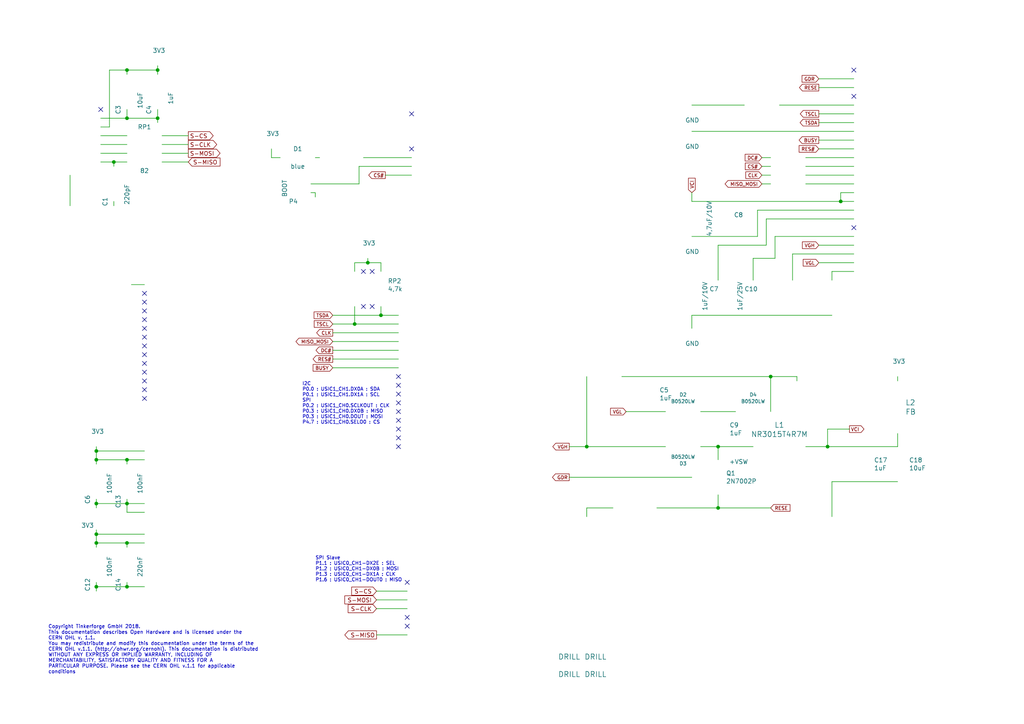
<source format=kicad_sch>
(kicad_sch (version 20211123) (generator eeschema)
  (paper "A4")
  (title_block (title "ePaper 296x128 Bricklet") (date "2018-09-28") (rev "1.0") (company "Tinkerforge GmbH") (comment 1 "Licensed under CERN OHL v.1.1") (comment 2 "Copyright (©) 2018, T.Schneidermann <tim@tinkerforge.com>"))
  (lib_symbols)
  (junction (at 27.94 133.35))
  (junction (at 27.94 130.81))
  (junction (at 27.94 146.05))
  (junction (at 36.83 34.29))
  (junction (at 45.72 20.32))
  (junction (at 36.83 133.35))
  (junction (at 36.83 20.32))
  (junction (at 208.28 147.32))
  (junction (at 36.83 170.18))
  (junction (at 45.72 34.29))
  (junction (at 243.84 58.42))
  (junction (at 240.03 129.54))
  (junction (at 110.49 91.44))
  (junction (at 102.87 93.98))
  (junction (at 106.68 76.2))
  (junction (at 27.94 154.94))
  (junction (at 170.18 129.54))
  (junction (at 36.83 157.48))
  (junction (at 27.94 157.48))
  (junction (at 208.28 129.54))
  (junction (at 36.83 146.05))
  (junction (at 27.94 170.18))
  (junction (at 223.52 109.22))
  (junction (at 33.02 46.99))
  (no_connect (at 41.91 90.17))
  (no_connect (at 41.91 102.87))
  (no_connect (at 115.57 109.22))
  (no_connect (at 29.21 31.75))
  (no_connect (at 107.95 88.9))
  (no_connect (at 41.91 95.25))
  (no_connect (at 119.38 33.02))
  (no_connect (at 41.91 92.71))
  (no_connect (at 41.91 87.63))
  (no_connect (at 247.65 20.32))
  (no_connect (at 41.91 107.95))
  (no_connect (at 247.65 66.04))
  (no_connect (at 115.57 127))
  (no_connect (at 107.95 78.74))
  (no_connect (at 115.57 129.54))
  (no_connect (at 118.11 168.91))
  (no_connect (at 115.57 111.76))
  (no_connect (at 115.57 114.3))
  (no_connect (at 115.57 121.92))
  (no_connect (at 41.91 110.49))
  (no_connect (at 105.41 88.9))
  (no_connect (at 41.91 113.03))
  (no_connect (at 41.91 105.41))
  (no_connect (at 115.57 124.46))
  (no_connect (at 115.57 116.84))
  (no_connect (at 118.11 181.61))
  (no_connect (at 105.41 78.74))
  (no_connect (at 41.91 100.33))
  (no_connect (at 115.57 119.38))
  (no_connect (at 41.91 115.57))
  (no_connect (at 41.91 97.79))
  (no_connect (at 247.65 27.94))
  (no_connect (at 41.91 85.09))
  (no_connect (at 119.38 43.18))
  (no_connect (at 118.11 179.07))
  (wire (pts (xy 41.91 130.81) (xy 27.94 130.81)))
  (wire (pts (xy 260.35 125.73) (xy 260.35 129.54)))
  (wire (pts (xy 237.49 71.12) (xy 247.65 71.12)))
  (wire (pts (xy 110.49 91.44) (xy 115.57 91.44)))
  (wire (pts (xy 27.94 168.91) (xy 27.94 170.18)))
  (wire (pts (xy 200.66 138.43) (xy 165.1 138.43)))
  (wire (pts (xy 200.66 58.42) (xy 200.66 55.88)))
  (wire (pts (xy 200.66 58.42) (xy 243.84 58.42)))
  (wire (pts (xy 181.61 119.38) (xy 193.04 119.38)))
  (wire (pts (xy 220.98 45.72) (xy 223.52 45.72)))
  (wire (pts (xy 247.65 68.58) (xy 224.79 68.58)))
  (wire (pts (xy 41.91 133.35) (xy 36.83 133.35)))
  (wire (pts (xy 106.68 76.2) (xy 106.68 74.93)))
  (wire (pts (xy 237.49 40.64) (xy 247.65 40.64)))
  (wire (pts (xy 208.28 129.54) (xy 203.2 129.54)))
  (wire (pts (xy 27.94 157.48) (xy 27.94 158.75)))
  (wire (pts (xy 41.91 154.94) (xy 27.94 154.94)))
  (wire (pts (xy 36.83 146.05) (xy 36.83 148.59)))
  (wire (pts (xy 36.83 148.59) (xy 41.91 148.59)))
  (wire (pts (xy 41.91 82.55) (xy 38.1 82.55)))
  (wire (pts (xy 200.66 91.44) (xy 241.3 91.44)))
  (wire (pts (xy 247.65 22.86) (xy 237.49 22.86)))
  (wire (pts (xy 233.68 129.54) (xy 240.03 129.54)))
  (wire (pts (xy 27.94 144.78) (xy 27.94 146.05)))
  (wire (pts (xy 27.94 134.62) (xy 27.94 133.35)))
  (wire (pts (xy 224.79 74.93) (xy 218.44 74.93)))
  (wire (pts (xy 200.66 68.58) (xy 219.71 68.58)))
  (wire (pts (xy 224.79 68.58) (xy 224.79 74.93)))
  (wire (pts (xy 27.94 170.18) (xy 27.94 171.45)))
  (wire (pts (xy 110.49 88.9) (xy 110.49 91.44)))
  (wire (pts (xy 119.38 48.26) (xy 104.14 48.26)))
  (wire (pts (xy 170.18 129.54) (xy 165.1 129.54)))
  (wire (pts (xy 46.99 44.45) (xy 54.61 44.45)))
  (wire (pts (xy 104.14 48.26) (xy 104.14 53.34)))
  (wire (pts (xy 31.75 20.32) (xy 36.83 20.32)))
  (wire (pts (xy 29.21 44.45) (xy 36.83 44.45)))
  (wire (pts (xy 247.65 43.18) (xy 237.49 43.18)))
  (wire (pts (xy 247.65 25.4) (xy 237.49 25.4)))
  (wire (pts (xy 102.87 93.98) (xy 115.57 93.98)))
  (wire (pts (xy 222.25 71.12) (xy 222.25 63.5)))
  (wire (pts (xy 102.87 76.2) (xy 106.68 76.2)))
  (wire (pts (xy 29.21 39.37) (xy 36.83 39.37)))
  (wire (pts (xy 102.87 78.74) (xy 102.87 76.2)))
  (wire (pts (xy 36.83 146.05) (xy 27.94 146.05)))
  (wire (pts (xy 29.21 34.29) (xy 36.83 34.29)))
  (wire (pts (xy 247.65 60.96) (xy 219.71 60.96)))
  (wire (pts (xy 193.04 129.54) (xy 170.18 129.54)))
  (wire (pts (xy 240.03 124.46) (xy 246.38 124.46)))
  (wire (pts (xy 91.44 55.88) (xy 91.44 57.15)))
  (wire (pts (xy 170.18 147.32) (xy 170.18 149.86)))
  (wire (pts (xy 223.52 147.32) (xy 208.28 147.32)))
  (wire (pts (xy 36.83 41.91) (xy 29.21 41.91)))
  (wire (pts (xy 31.75 36.83) (xy 31.75 20.32)))
  (wire (pts (xy 200.66 30.48) (xy 215.9 30.48)))
  (wire (pts (xy 115.57 104.14) (xy 96.52 104.14)))
  (wire (pts (xy 45.72 20.32) (xy 45.72 21.59)))
  (wire (pts (xy 96.52 101.6) (xy 115.57 101.6)))
  (wire (pts (xy 36.83 31.75) (xy 36.83 34.29)))
  (wire (pts (xy 27.94 133.35) (xy 27.94 130.81)))
  (wire (pts (xy 247.65 76.2) (xy 237.49 76.2)))
  (wire (pts (xy 110.49 76.2) (xy 110.49 78.74)))
  (wire (pts (xy 208.28 147.32) (xy 190.5 147.32)))
  (wire (pts (xy 102.87 88.9) (xy 102.87 93.98)))
  (wire (pts (xy 27.94 153.67) (xy 27.94 154.94)))
  (wire (pts (xy 240.03 129.54) (xy 260.35 129.54)))
  (wire (pts (xy 109.22 171.45) (xy 118.11 171.45)))
  (wire (pts (xy 208.28 71.12) (xy 222.25 71.12)))
  (wire (pts (xy 208.28 143.51) (xy 208.28 147.32)))
  (wire (pts (xy 200.66 95.25) (xy 200.66 91.44)))
  (wire (pts (xy 233.68 45.72) (xy 247.65 45.72)))
  (wire (pts (xy 170.18 129.54) (xy 170.18 109.22)))
  (wire (pts (xy 46.99 46.99) (xy 54.61 46.99)))
  (wire (pts (xy 109.22 184.15) (xy 118.11 184.15)))
  (wire (pts (xy 36.83 20.32) (xy 36.83 21.59)))
  (wire (pts (xy 229.87 81.28) (xy 229.87 73.66)))
  (wire (pts (xy 226.06 30.48) (xy 247.65 30.48)))
  (wire (pts (xy 33.02 46.99) (xy 29.21 46.99)))
  (wire (pts (xy 36.83 158.75) (xy 36.83 157.48)))
  (wire (pts (xy 219.71 60.96) (xy 219.71 68.58)))
  (wire (pts (xy 29.21 36.83) (xy 31.75 36.83)))
  (wire (pts (xy 118.11 176.53) (xy 109.22 176.53)))
  (wire (pts (xy 91.44 45.72) (xy 92.71 45.72)))
  (wire (pts (xy 45.72 19.05) (xy 45.72 20.32)))
  (wire (pts (xy 218.44 74.93) (xy 218.44 81.28)))
  (wire (pts (xy 27.94 146.05) (xy 27.94 147.32)))
  (wire (pts (xy 90.17 55.88) (xy 91.44 55.88)))
  (wire (pts (xy 78.74 43.18) (xy 78.74 45.72)))
  (wire (pts (xy 54.61 41.91) (xy 46.99 41.91)))
  (wire (pts (xy 45.72 31.75) (xy 45.72 34.29)))
  (wire (pts (xy 41.91 157.48) (xy 36.83 157.48)))
  (wire (pts (xy 20.32 59.69) (xy 20.32 50.8)))
  (wire (pts (xy 229.87 73.66) (xy 247.65 73.66)))
  (wire (pts (xy 208.28 129.54) (xy 218.44 129.54)))
  (wire (pts (xy 36.83 170.18) (xy 27.94 170.18)))
  (wire (pts (xy 41.91 146.05) (xy 36.83 146.05)))
  (wire (pts (xy 33.02 48.26) (xy 33.02 46.99)))
  (wire (pts (xy 119.38 50.8) (xy 111.76 50.8)))
  (wire (pts (xy 78.74 45.72) (xy 81.28 45.72)))
  (wire (pts (xy 222.25 63.5) (xy 247.65 63.5)))
  (wire (pts (xy 243.84 55.88) (xy 243.84 58.42)))
  (wire (pts (xy 241.3 78.74) (xy 247.65 78.74)))
  (wire (pts (xy 105.41 45.72) (xy 119.38 45.72)))
  (wire (pts (xy 33.02 58.42) (xy 33.02 59.69)))
  (wire (pts (xy 96.52 99.06) (xy 115.57 99.06)))
  (wire (pts (xy 237.49 33.02) (xy 247.65 33.02)))
  (wire (pts (xy 243.84 58.42) (xy 247.65 58.42)))
  (wire (pts (xy 36.83 133.35) (xy 27.94 133.35)))
  (wire (pts (xy 36.83 157.48) (xy 27.94 157.48)))
  (wire (pts (xy 220.98 50.8) (xy 223.52 50.8)))
  (wire (pts (xy 106.68 76.2) (xy 110.49 76.2)))
  (wire (pts (xy 27.94 130.81) (xy 27.94 129.54)))
  (wire (pts (xy 241.3 78.74) (xy 241.3 81.28)))
  (wire (pts (xy 241.3 139.7) (xy 260.35 139.7)))
  (wire (pts (xy 247.65 35.56) (xy 237.49 35.56)))
  (wire (pts (xy 36.83 134.62) (xy 36.83 133.35)))
  (wire (pts (xy 233.68 50.8) (xy 247.65 50.8)))
  (wire (pts (xy 233.68 53.34) (xy 247.65 53.34)))
  (wire (pts (xy 36.83 46.99) (xy 33.02 46.99)))
  (wire (pts (xy 36.83 34.29) (xy 45.72 34.29)))
  (wire (pts (xy 223.52 119.38) (xy 223.52 109.22)))
  (wire (pts (xy 223.52 48.26) (xy 220.98 48.26)))
  (wire (pts (xy 231.14 109.22) (xy 231.14 110.49)))
  (wire (pts (xy 240.03 129.54) (xy 240.03 124.46)))
  (wire (pts (xy 233.68 48.26) (xy 247.65 48.26)))
  (wire (pts (xy 96.52 93.98) (xy 102.87 93.98)))
  (wire (pts (xy 36.83 168.91) (xy 36.83 170.18)))
  (wire (pts (xy 241.3 149.86) (xy 241.3 139.7)))
  (wire (pts (xy 96.52 106.68) (xy 115.57 106.68)))
  (wire (pts (xy 247.65 55.88) (xy 243.84 55.88)))
  (wire (pts (xy 36.83 144.78) (xy 36.83 146.05)))
  (wire (pts (xy 208.28 129.54) (xy 208.28 133.35)))
  (wire (pts (xy 260.35 110.49) (xy 260.35 109.22)))
  (wire (pts (xy 177.8 147.32) (xy 170.18 147.32)))
  (wire (pts (xy 247.65 38.1) (xy 200.66 38.1)))
  (wire (pts (xy 208.28 81.28) (xy 208.28 71.12)))
  (wire (pts (xy 41.91 170.18) (xy 36.83 170.18)))
  (wire (pts (xy 115.57 96.52) (xy 96.52 96.52)))
  (wire (pts (xy 27.94 154.94) (xy 27.94 157.48)))
  (wire (pts (xy 231.14 109.22) (xy 223.52 109.22)))
  (wire (pts (xy 180.34 109.22) (xy 223.52 109.22)))
  (wire (pts (xy 220.98 53.34) (xy 223.52 53.34)))
  (wire (pts (xy 46.99 39.37) (xy 54.61 39.37)))
  (wire (pts (xy 36.83 20.32) (xy 45.72 20.32)))
  (wire (pts (xy 203.2 119.38) (xy 213.36 119.38)))
  (wire (pts (xy 90.17 53.34) (xy 104.14 53.34)))
  (wire (pts (xy 45.72 34.29) (xy 45.72 35.56)))
  (wire (pts (xy 109.22 173.99) (xy 118.11 173.99)))
  (wire (pts (xy 96.52 91.44) (xy 110.49 91.44)))
  (text "I2C\nP0.0 : USIC1_CH1.DX0A : SDA\nP0.1 : USIC1_CH1.DX1A : SCL\nSPI\nP0.2 : USIC1_CH0.SCLKOUT : CLK\nP0.3 : USIC1_CH0.DX0B : MISO\nP0.3 : USIC1_CH0.DOUT : MOSI\nP4.7 : USIC1_CH0.SELO0 : CS\n" (at 87.63 123.19 0) (effects (font (size 0.9906 0.9906)) (justify left bottom)))
  (text "Copyright Tinkerforge GmbH 2018.\nThis documentation describes Open Hardware and is licensed under the\nCERN OHL v. 1.1.\nYou may redistribute and modify this documentation under the terms of the\nCERN OHL v.1.1. (http://ohwr.org/cernohl). This documentation is distributed\nWITHOUT ANY EXPRESS OR IMPLIED WARRANTY, INCLUDING OF\nMERCHANTABILITY, SATISFACTORY QUALITY AND FITNESS FOR A\nPARTICULAR PURPOSE. Please see the CERN OHL v.1.1 for applicable\nconditions\n" (at 13.97 195.58 0) (effects (font (size 1.016 1.016)) (justify left bottom)))
  (text "SPI Slave\nP1.1 : USIC0_CH1-DX2E : SEL\nP1.2 : USIC0_CH1-DX0B : MOSI\nP1.3 : USIC0_CH1-DX1A : CLK\nP1.6 : USIC0_CH1-DOUT0 : MISO" (at 91.44 168.91 0) (effects (font (size 0.9906 0.9906)) (justify left bottom)))
  (global_label "VCI" (shape input) (at 200.66 55.88 90) (effects (font (size 0.9906 0.9906))) (property "Intersheet References" "${INTERSHEET_REFS}" (effects hide)))
  (global_label "DC#" (shape input) (at 220.98 45.72 180) (effects (font (size 0.9906 0.9906))) (property "Intersheet References" "${INTERSHEET_REFS}" (effects hide)))
  (global_label "TSCL" (shape output) (at 237.49 33.02 180) (effects (font (size 0.9906 0.9906))) (property "Intersheet References" "${INTERSHEET_REFS}" (effects hide)))
  (global_label "VGH" (shape input) (at 237.49 71.12 180) (effects (font (size 0.9906 0.9906))) (property "Intersheet References" "${INTERSHEET_REFS}" (effects hide)))
  (global_label "GDR" (shape input) (at 237.49 22.86 180) (effects (font (size 0.9906 0.9906))) (property "Intersheet References" "${INTERSHEET_REFS}" (effects hide)))
  (global_label "VGL" (shape input) (at 181.61 119.38 180) (effects (font (size 0.9906 0.9906))) (property "Intersheet References" "${INTERSHEET_REFS}" (effects hide)))
  (global_label "CLK" (shape output) (at 96.52 96.52 180) (effects (font (size 0.9906 0.9906))) (property "Intersheet References" "${INTERSHEET_REFS}" (effects hide)))
  (global_label "RES#" (shape output) (at 96.52 104.14 180) (effects (font (size 0.9906 0.9906))) (property "Intersheet References" "${INTERSHEET_REFS}" (effects hide)))
  (global_label "VGH" (shape output) (at 165.1 129.54 180) (effects (font (size 0.9906 0.9906))) (property "Intersheet References" "${INTERSHEET_REFS}" (effects hide)))
  (global_label "TSDA" (shape output) (at 237.49 35.56 180) (effects (font (size 0.9906 0.9906))) (property "Intersheet References" "${INTERSHEET_REFS}" (effects hide)))
  (global_label "MISO_MOSI" (shape bidirectional) (at 220.98 53.34 180) (effects (font (size 0.9906 0.9906))) (property "Intersheet References" "${INTERSHEET_REFS}" (effects hide)))
  (global_label "GDR" (shape output) (at 165.1 138.43 180) (effects (font (size 0.9906 0.9906))) (property "Intersheet References" "${INTERSHEET_REFS}" (effects hide)))
  (global_label "S-CS" (shape output) (at 54.61 39.37 0) (effects (font (size 1.1938 1.1938))) (property "Intersheet References" "${INTERSHEET_REFS}" (effects hide)))
  (global_label "S-MISO" (shape output) (at 109.22 184.15 180) (effects (font (size 1.1938 1.1938))) (property "Intersheet References" "${INTERSHEET_REFS}" (effects hide)))
  (global_label "CS#" (shape input) (at 220.98 48.26 180) (effects (font (size 0.9906 0.9906))) (property "Intersheet References" "${INTERSHEET_REFS}" (effects hide)))
  (global_label "RESE" (shape output) (at 237.49 25.4 180) (effects (font (size 0.9906 0.9906))) (property "Intersheet References" "${INTERSHEET_REFS}" (effects hide)))
  (global_label "S-MISO" (shape input) (at 54.61 46.99 0) (effects (font (size 1.1938 1.1938))) (property "Intersheet References" "${INTERSHEET_REFS}" (effects hide)))
  (global_label "TSCL" (shape input) (at 96.52 93.98 180) (effects (font (size 0.9906 0.9906))) (property "Intersheet References" "${INTERSHEET_REFS}" (effects hide)))
  (global_label "TSDA" (shape input) (at 96.52 91.44 180) (effects (font (size 0.9906 0.9906))) (property "Intersheet References" "${INTERSHEET_REFS}" (effects hide)))
  (global_label "MISO_MOSI" (shape bidirectional) (at 96.52 99.06 180) (effects (font (size 0.9906 0.9906))) (property "Intersheet References" "${INTERSHEET_REFS}" (effects hide)))
  (global_label "VCI" (shape output) (at 246.38 124.46 0) (effects (font (size 0.9906 0.9906))) (property "Intersheet References" "${INTERSHEET_REFS}" (effects hide)))
  (global_label "S-MOSI" (shape output) (at 54.61 44.45 0) (effects (font (size 1.1938 1.1938))) (property "Intersheet References" "${INTERSHEET_REFS}" (effects hide)))
  (global_label "S-CLK" (shape input) (at 109.22 176.53 180) (effects (font (size 1.1938 1.1938))) (property "Intersheet References" "${INTERSHEET_REFS}" (effects hide)))
  (global_label "S-MOSI" (shape input) (at 109.22 173.99 180) (effects (font (size 1.1938 1.1938))) (property "Intersheet References" "${INTERSHEET_REFS}" (effects hide)))
  (global_label "RES#" (shape input) (at 237.49 43.18 180) (effects (font (size 0.9906 0.9906))) (property "Intersheet References" "${INTERSHEET_REFS}" (effects hide)))
  (global_label "CS#" (shape output) (at 111.76 50.8 180) (effects (font (size 0.9906 0.9906))) (property "Intersheet References" "${INTERSHEET_REFS}" (effects hide)))
  (global_label "CLK" (shape input) (at 220.98 50.8 180) (effects (font (size 0.9906 0.9906))) (property "Intersheet References" "${INTERSHEET_REFS}" (effects hide)))
  (global_label "VGL" (shape input) (at 237.49 76.2 180) (effects (font (size 0.9906 0.9906))) (property "Intersheet References" "${INTERSHEET_REFS}" (effects hide)))
  (global_label "BUSY" (shape output) (at 237.49 40.64 180) (effects (font (size 0.9906 0.9906))) (property "Intersheet References" "${INTERSHEET_REFS}" (effects hide)))
  (global_label "BUSY" (shape input) (at 96.52 106.68 180) (effects (font (size 0.9906 0.9906))) (property "Intersheet References" "${INTERSHEET_REFS}" (effects hide)))
  (global_label "RESE" (shape input) (at 223.52 147.32 0) (effects (font (size 0.9906 0.9906))) (property "Intersheet References" "${INTERSHEET_REFS}" (effects hide)))
  (global_label "S-CS" (shape input) (at 109.22 171.45 180) (effects (font (size 1.1938 1.1938))) (property "Intersheet References" "${INTERSHEET_REFS}" (effects hide)))
  (global_label "S-CLK" (shape output) (at 54.61 41.91 0) (effects (font (size 1.1938 1.1938))) (property "Intersheet References" "${INTERSHEET_REFS}" (effects hide)))
  (global_label "DC#" (shape output) (at 96.52 101.6 180) (effects (font (size 0.9906 0.9906))) (property "Intersheet References" "${INTERSHEET_REFS}" (effects hide)))
  (symbol (lib_id "tinkerforge:CON-SENSOR2") (at 20.32 39.37 0) (mirror y) (unit 1)
    (property "Reference" "P1" (at 16.51 29.21 0) (effects (font (size 1.524 1.524))))
    (property "Value" "CON-SENSOR" (at 16.51 39.37 90) (effects (font (size 1.524 1.524))))
    (property "Footprint" "kicad-libraries:CON-SENSOR2" (effects hide))
  )
  (symbol (lib_id "tinkerforge:DRILL") (at 165.1 190.5 0) (unit 1)
    (property "Reference" "U6" (effects hide))
    (property "Value" "DRILL" (at 165.1 190.5 0) (effects (font (size 1.524 1.524))))
    (property "Footprint" "kicad-libraries:DRILL_NP" (effects hide))
  )
  (symbol (lib_id "tinkerforge:DRILL") (at 172.72 195.58 0) (unit 1)
    (property "Reference" "U7" (effects hide))
    (property "Value" "DRILL" (at 172.72 195.58 0) (effects (font (size 1.524 1.524))))
    (property "Footprint" "kicad-libraries:DRILL_NP" (effects hide))
  )
  (symbol (lib_id "tinkerforge:DRILL") (at 165.1 195.58 0) (unit 1)
    (property "Reference" "U5" (effects hide))
    (property "Value" "DRILL" (at 165.1 195.58 0) (effects (font (size 1.524 1.524))))
    (property "Footprint" "kicad-libraries:DRILL_NP" (effects hide))
  )
  (symbol (lib_id "tinkerforge:DRILL") (at 172.72 190.5 0) (unit 1)
    (property "Reference" "U4" (effects hide))
    (property "Value" "DRILL" (at 172.72 190.5 0) (effects (font (size 1.524 1.524))))
    (property "Footprint" "kicad-libraries:DRILL_NP" (effects hide))
  )
  (symbol (lib_id "tinkerforge:C") (at 36.83 26.67 180) (unit 1)
    (property "Reference" "C3" (at 34.29 30.48 90) (effects (justify left)))
    (property "Value" "10uF" (at 40.64 26.67 90) (effects (justify left)))
    (property "Footprint" "kicad-libraries:C0805" (effects hide))
  )
  (symbol (lib_id "tinkerforge:C") (at 45.72 26.67 180) (unit 1)
    (property "Reference" "C4" (at 43.18 30.48 90) (effects (justify left)))
    (property "Value" "1uF" (at 49.53 26.67 90) (effects (justify left)))
    (property "Footprint" "kicad-libraries:C0603F" (effects hide))
  )
  (symbol (lib_id "tinkerforge:GND") (at 45.72 35.56 0) (unit 1)
    (property "Reference" "#PWR07" (effects hide))
    (property "Value" "GND" (effects hide))
  )
  (symbol (lib_id "tinkerforge:GND") (at 33.02 59.69 0) (unit 1)
    (property "Reference" "#PWR09" (effects hide))
    (property "Value" "GND" (effects hide))
  )
  (symbol (lib_id "tinkerforge:C") (at 33.02 53.34 180) (unit 1)
    (property "Reference" "C1" (at 30.48 57.15 90) (effects (justify left)))
    (property "Value" "220pF" (at 36.83 53.34 90) (effects (justify left)))
    (property "Footprint" "kicad-libraries:C0402F" (effects hide))
  )
  (symbol (lib_id "tinkerforge:GND") (at 20.32 59.69 0) (unit 1)
    (property "Reference" "#PWR010" (effects hide))
    (property "Value" "GND" (effects hide))
  )
  (symbol (lib_id "tinkerforge:R_PACK4") (at 41.91 48.26 0) (unit 1)
    (property "Reference" "RP1" (at 41.91 36.83 0))
    (property "Value" "82" (at 41.91 49.53 0))
    (property "Footprint" "kicad-libraries:4X0402" (effects hide))
  )
  (symbol (lib_id "tinkerforge:XMC1XXX48") (at 50.8 95.25 0) (unit 4)
    (property "Reference" "U1" (at 46.99 78.74 0) (effects (font (size 1.524 1.524))))
    (property "Value" "XMC1404" (at 50.8 119.38 0) (effects (font (size 1.524 1.524))))
    (property "Footprint" "kicad-libraries:QFN48-EP2" (effects hide))
  )
  (symbol (lib_id "tinkerforge:XMC1XXX48") (at 124.46 110.49 0) (unit 2)
    (property "Reference" "U1" (at 120.65 86.36 0) (effects (font (size 1.524 1.524))))
    (property "Value" "XMC1404" (at 124.46 134.62 0) (effects (font (size 1.524 1.524))))
    (property "Footprint" "kicad-libraries:QFN48-EP2" (effects hide))
  )
  (symbol (lib_id "tinkerforge:XMC1XXX48") (at 50.8 149.86 0) (unit 1)
    (property "Reference" "U1" (at 46.99 125.73 0) (effects (font (size 1.524 1.524))))
    (property "Value" "XMC1404" (at 50.8 173.99 0) (effects (font (size 1.524 1.524))))
    (property "Footprint" "kicad-libraries:QFN48-EP2" (effects hide))
  )
  (symbol (lib_id "tinkerforge:XMC1XXX48") (at 127 176.53 0) (unit 3)
    (property "Reference" "U1" (at 123.19 163.83 0) (effects (font (size 1.524 1.524))))
    (property "Value" "XMC1404" (at 127 189.23 0) (effects (font (size 1.524 1.524))))
    (property "Footprint" "kicad-libraries:QFN48-EP2" (effects hide))
  )
  (symbol (lib_id "tinkerforge:XMC1XXX48") (at 128.27 40.64 0) (unit 5)
    (property "Reference" "U1" (at 124.46 29.21 0) (effects (font (size 1.524 1.524))))
    (property "Value" "XMC1404" (at 128.27 54.61 0) (effects (font (size 1.524 1.524))))
    (property "Footprint" "kicad-libraries:QFN48-EP2" (effects hide))
  )
  (symbol (lib_id "tinkerforge:C") (at 36.83 163.83 180) (unit 1)
    (property "Reference" "C14" (at 34.29 167.64 90) (effects (justify left)))
    (property "Value" "220nF" (at 40.64 161.29 90) (effects (justify left)))
    (property "Footprint" "kicad-libraries:C0603F" (effects hide))
  )
  (symbol (lib_id "tinkerforge:C") (at 27.94 163.83 180) (unit 1)
    (property "Reference" "C12" (at 25.4 167.64 90) (effects (justify left)))
    (property "Value" "100nF" (at 31.75 161.29 90) (effects (justify left)))
    (property "Footprint" "kicad-libraries:C0603F" (effects hide))
  )
  (symbol (lib_id "tinkerforge:C") (at 36.83 139.7 180) (unit 1)
    (property "Reference" "C13" (at 34.29 143.51 90) (effects (justify left)))
    (property "Value" "100nF" (at 40.64 137.16 90) (effects (justify left)))
    (property "Footprint" "kicad-libraries:C0603F" (effects hide))
  )
  (symbol (lib_id "tinkerforge:C") (at 27.94 139.7 180) (unit 1)
    (property "Reference" "C6" (at 25.4 143.51 90) (effects (justify left)))
    (property "Value" "100nF" (at 31.75 137.16 90) (effects (justify left)))
    (property "Footprint" "kicad-libraries:C0603F" (effects hide))
  )
  (symbol (lib_id "tinkerforge:GND") (at 27.94 147.32 0) (unit 1)
    (property "Reference" "#PWR012" (effects hide))
    (property "Value" "GND" (effects hide))
  )
  (symbol (lib_id "tinkerforge:GND") (at 27.94 171.45 0) (unit 1)
    (property "Reference" "#PWR013" (effects hide))
    (property "Value" "GND" (effects hide))
  )
  (symbol (lib_id "tinkerforge:CONN_01X02") (at 85.09 54.61 180) (unit 1)
    (property "Reference" "P4" (at 85.09 58.42 0))
    (property "Value" "BOOT" (at 82.55 54.61 90))
    (property "Footprint" "kicad-libraries:SolderJumper" (effects hide))
  )
  (symbol (lib_id "tinkerforge:GND") (at 91.44 57.15 0) (unit 1)
    (property "Reference" "#PWR017" (effects hide))
    (property "Value" "GND" (effects hide))
  )
  (symbol (lib_id "tinkerforge:R") (at 99.06 45.72 270) (unit 1)
    (property "Reference" "R2" (at 99.06 47.752 90))
    (property "Value" "1k" (at 99.06 45.72 90))
    (property "Footprint" "kicad-libraries:R0603F" (effects hide))
  )
  (symbol (lib_id "tinkerforge:LED") (at 86.36 45.72 0) (unit 1)
    (property "Reference" "D1" (at 86.36 43.18 0))
    (property "Value" "blue" (at 86.36 48.26 0))
    (property "Footprint" "kicad-libraries:D0603F" (effects hide))
  )
  (symbol (lib_id "tinkerforge:CONN_01X01") (at 33.02 82.55 180) (unit 1)
    (property "Reference" "P5" (at 33.02 86.36 0))
    (property "Value" "DEBUG" (at 30.48 82.55 90))
    (property "Footprint" "kicad-libraries:DEBUG_PAD" (effects hide))
  )
  (symbol (lib_id "tinkerforge:3V3") (at 45.72 19.05 0) (unit 1)
    (property "Reference" "#PWR04" (effects hide))
    (property "Value" "3V3" (at 46.101 14.6558 0))
  )
  (symbol (lib_id "tinkerforge:C") (at 209.55 63.5 0) (unit 1)
    (property "Reference" "C8" (at 212.852 62.3316 0) (effects (justify left)))
    (property "Value" "4,7uF/10V" (at 205.74 68.58 90) (effects (justify left)))
    (property "Footprint" "kicad-libraries:C0603F" (effects hide))
  )
  (symbol (lib_id "tinkerforge:3V3") (at 78.74 43.18 0) (unit 1)
    (property "Reference" "#PWR05" (effects hide))
    (property "Value" "3V3" (at 79.121 38.7858 0))
  )
  (symbol (lib_id "tinkerforge:3V3") (at 27.94 129.54 0) (unit 1)
    (property "Reference" "#PWR01" (effects hide))
    (property "Value" "3V3" (at 28.321 125.1458 0))
  )
  (symbol (lib_id "tinkerforge:3V3") (at 27.94 153.67 0) (unit 1)
    (property "Reference" "#PWR02" (effects hide))
    (property "Value" "3V3" (at 25.4 152.4 0))
  )
  (symbol (lib_id "tinkerforge:Con24HT") (at 260.35 48.26 0) (unit 1)
    (property "Reference" "U2" (at 259.08 16.51 0) (effects (justify left)))
    (property "Value" "Con24HT" (at 264.16 53.34 90) (effects (justify left)))
    (property "Footprint" "kicad-libraries:ER-CON24HT-1" (effects hide))
  )
  (symbol (lib_id "tinkerforge:GND") (at 200.66 68.58 0) (unit 1)
    (property "Reference" "#PWR015" (effects hide))
    (property "Value" "GND" (at 200.787 72.9742 0))
  )
  (symbol (lib_id "tinkerforge:GND") (at 200.66 30.48 0) (unit 1)
    (property "Reference" "#PWR08" (effects hide))
    (property "Value" "GND" (at 200.787 34.8742 0))
  )
  (symbol (lib_id "tinkerforge:C") (at 220.98 30.48 270) (unit 1)
    (property "Reference" "C11" (at 220.98 23.6982 90))
    (property "Value" "1uF/25V" (at 220.98 26.0096 90))
    (property "Footprint" "kicad-libraries:C0603F" (effects hide))
  )
  (symbol (lib_id "tinkerforge:GND") (at 200.66 38.1 0) (unit 1)
    (property "Reference" "#PWR011" (effects hide))
    (property "Value" "GND" (at 200.787 42.4942 0))
  )
  (symbol (lib_id "tinkerforge:GND") (at 200.66 95.25 0) (unit 1)
    (property "Reference" "#PWR016" (effects hide))
    (property "Value" "GND" (at 200.787 99.6442 0))
  )
  (symbol (lib_id "tinkerforge:C") (at 208.28 86.36 180) (unit 1)
    (property "Reference" "C7" (at 205.74 83.82 0) (effects (justify right)))
    (property "Value" "1uF/10V" (at 204.47 90.17 90) (effects (justify right)))
    (property "Footprint" "kicad-libraries:C0603F" (effects hide))
  )
  (symbol (lib_id "tinkerforge:C") (at 218.44 86.36 0) (unit 1)
    (property "Reference" "C10" (at 215.9 83.82 0) (effects (justify left)))
    (property "Value" "1uF/25V" (at 214.63 90.17 90) (effects (justify left)))
    (property "Footprint" "kicad-libraries:C0603F" (effects hide))
  )
  (symbol (lib_id "tinkerforge:C") (at 229.87 86.36 0) (unit 1)
    (property "Reference" "C15" (at 227.33 83.82 0) (effects (justify left)))
    (property "Value" "1uF/25V" (at 226.06 90.17 90) (effects (justify left)))
    (property "Footprint" "kicad-libraries:C0603F" (effects hide))
  )
  (symbol (lib_id "tinkerforge:C") (at 241.3 86.36 0) (unit 1)
    (property "Reference" "C16" (at 242.57 83.82 0) (effects (justify left)))
    (property "Value" "0,47uF/25V" (at 237.49 91.44 90) (effects (justify left)))
    (property "Footprint" "kicad-libraries:C0603F" (effects hide))
  )
  (symbol (lib_id "tinkerforge:C") (at 175.26 109.22 270) (unit 1)
    (property "Reference" "C2" (at 175.26 102.4382 90))
    (property "Value" "1uF" (at 175.26 104.7496 90))
    (property "Footprint" "kicad-libraries:C0603F" (effects hide))
  )
  (symbol (lib_id "tinkerforge:C") (at 187.96 114.3 0) (unit 1)
    (property "Reference" "C5" (at 191.262 113.1316 0) (effects (justify left)))
    (property "Value" "1uF" (at 191.262 115.443 0) (effects (justify left)))
    (property "Footprint" "kicad-libraries:C0603F" (effects hide))
  )
  (symbol (lib_id "tinkerforge:GND") (at 231.14 110.49 0) (unit 1)
    (property "Reference" "#PWR018" (effects hide))
    (property "Value" "GND" (at 231.267 114.8842 0))
  )
  (symbol (lib_id "tinkerforge:DIODESCH") (at 198.12 119.38 0) (unit 1)
    (property "Reference" "D2" (at 198.12 114.4778 0) (effects (font (size 1.016 1.016))))
    (property "Value" "B0520LW" (at 198.12 116.4082 0) (effects (font (size 1.016 1.016))))
    (property "Footprint" "kicad-libraries:SOD-123" (effects hide))
  )
  (symbol (lib_id "tinkerforge:DIODESCH") (at 218.44 119.38 0) (unit 1)
    (property "Reference" "D4" (at 218.44 114.4778 0) (effects (font (size 1.016 1.016))))
    (property "Value" "B0520LW" (at 218.44 116.4082 0) (effects (font (size 1.016 1.016))))
    (property "Footprint" "kicad-libraries:SOD-123" (effects hide))
  )
  (symbol (lib_id "tinkerforge:DIODESCH") (at 198.12 129.54 180) (unit 1)
    (property "Reference" "D3" (at 198.12 134.4422 0) (effects (font (size 1.016 1.016))))
    (property "Value" "B0520LW" (at 198.12 132.5118 0) (effects (font (size 1.016 1.016))))
    (property "Footprint" "kicad-libraries:SOD-123" (effects hide))
  )
  (symbol (lib_id "tinkerforge:C") (at 208.28 124.46 0) (unit 1)
    (property "Reference" "C9" (at 211.582 123.2916 0) (effects (justify left)))
    (property "Value" "1uF" (at 211.582 125.603 0) (effects (justify left)))
    (property "Footprint" "kicad-libraries:C0603F" (effects hide))
  )
  (symbol (lib_id "tinkerforge:INDUCTOR") (at 226.06 129.54 0) (unit 1)
    (property "Reference" "L1" (at 226.06 123.2662 0) (effects (font (size 1.524 1.524))))
    (property "Value" "NR3015T4R7M" (at 226.06 125.9586 0) (effects (font (size 1.524 1.524))))
    (property "Footprint" "NRH3015" (effects hide))
  )
  (symbol (lib_id "tinkerforge:R") (at 184.15 147.32 270) (unit 1)
    (property "Reference" "R1" (at 184.15 142.0368 90))
    (property "Value" "2,2" (at 184.15 144.3482 90))
    (property "Footprint" "kicad-libraries:R0603F" (effects hide))
  )
  (symbol (lib_id "tinkerforge:GND") (at 170.18 149.86 0) (unit 1)
    (property "Reference" "#PWR06" (effects hide))
    (property "Value" "GND" (at 170.307 154.2542 0))
  )
  (symbol (lib_id "tinkerforge:MOSFET_N_CH") (at 205.74 138.43 0) (unit 1)
    (property "Reference" "Q1" (at 210.5914 137.2616 0) (effects (justify left)))
    (property "Value" "2N7002P" (at 210.5914 139.573 0) (effects (justify left)))
    (property "Footprint" "kicad-libraries:SOT23GDS" (effects hide))
  )
  (symbol (lib_id "tinkerforge:3V3") (at 260.35 109.22 0) (unit 1)
    (property "Reference" "#PWR020" (effects hide))
    (property "Value" "3V3" (at 260.731 104.8258 0))
  )
  (symbol (lib_id "tinkerforge:C") (at 250.19 134.62 0) (unit 1)
    (property "Reference" "C17" (at 253.492 133.4516 0) (effects (justify left)))
    (property "Value" "1uF" (at 253.492 135.763 0) (effects (justify left)))
    (property "Footprint" "kicad-libraries:C0603F" (effects hide))
  )
  (symbol (lib_id "tinkerforge:C") (at 260.35 134.62 0) (unit 1)
    (property "Reference" "C18" (at 263.652 133.4516 0) (effects (justify left)))
    (property "Value" "10uF" (at 263.652 135.763 0) (effects (justify left)))
    (property "Footprint" "kicad-libraries:C0805E" (effects hide))
  )
  (symbol (lib_id "tinkerforge:GND") (at 241.3 149.86 0) (unit 1)
    (property "Reference" "#PWR019" (effects hide))
    (property "Value" "GND" (at 241.427 154.2542 0))
  )
  (symbol (lib_id "tinkerforge:INDUCTOR") (at 260.35 118.11 270) (unit 1)
    (property "Reference" "L2" (at 262.5852 116.7638 90) (effects (font (size 1.524 1.524)) (justify left)))
    (property "Value" "FB" (at 262.5852 119.4562 90) (effects (font (size 1.524 1.524)) (justify left)))
    (property "Footprint" "kicad-libraries:R0603F" (effects hide))
  )
  (symbol (lib_id "tinkerforge:R_PACK4") (at 101.6 83.82 270) (unit 1)
    (property "Reference" "RP2" (at 112.4712 81.5086 90) (effects (justify left)))
    (property "Value" "4,7k" (at 112.4712 83.82 90) (effects (justify left)))
    (property "Footprint" "kicad-libraries:4X0402" (effects hide))
  )
  (symbol (lib_id "tinkerforge:3V3") (at 106.68 74.93 0) (unit 1)
    (property "Reference" "#PWR0101" (effects hide))
    (property "Value" "3V3" (at 107.061 70.5358 0))
  )
  (symbol (lib_id "tinkerforge:+VSW") (at 214.63 129.54 180) (unit 1)
    (property "Reference" "#PWR0102" (effects hide))
    (property "Value" "+VSW" (at 214.249 133.9342 0))
  )
  (symbol (lib_id "tinkerforge:R_PACK4") (at 228.6 44.45 180) (unit 1)
    (property "Reference" "RP101" (at 229.87 55.88 0) (effects (justify left)))
    (property "Value" "220" (at 229.87 43.18 0) (effects (justify left)))
    (property "Footprint" "kicad-libraries:4X0402" (effects hide))
  )
)
</source>
